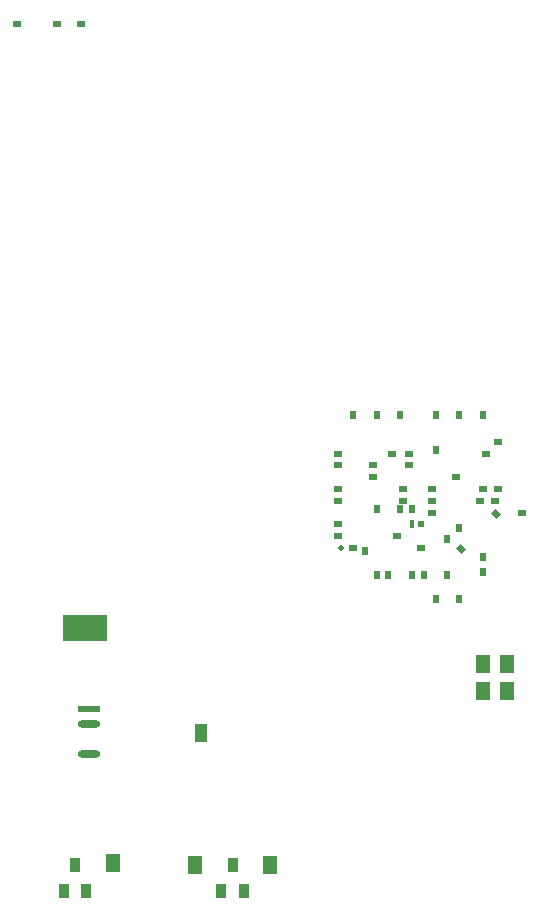
<source format=gbp>
%FSLAX25Y25*%
%MOIN*%
G70*
G01*
G75*
G04 Layer_Color=128*
%ADD10C,0.00455*%
%ADD11C,0.00400*%
%ADD12C,0.02000*%
%ADD13R,0.02500X0.02000*%
%ADD14R,0.02756X0.03543*%
%ADD15R,0.06000X0.05000*%
%ADD16R,0.03740X0.02362*%
%ADD17R,0.02362X0.03740*%
%ADD18R,0.03740X0.02362*%
%ADD19R,0.02362X0.03740*%
%ADD20R,0.15000X0.08500*%
%ADD21R,0.03543X0.02756*%
%ADD22R,0.00800X0.03300*%
%ADD23R,0.03300X0.00800*%
%ADD24O,0.00800X0.03300*%
%ADD25R,0.10400X0.10400*%
%ADD26C,0.00600*%
%ADD27C,0.01200*%
%ADD28C,0.02500*%
%ADD29C,0.01000*%
%ADD30C,0.00800*%
%ADD31C,0.02000*%
%ADD32C,0.03500*%
%ADD33C,0.04000*%
%ADD34C,0.00500*%
%ADD35C,0.00900*%
%ADD36R,0.02362X0.03740*%
%ADD37R,0.02362X0.03740*%
%ADD38C,0.05200*%
%ADD39R,0.05200X0.05200*%
%ADD40R,0.06000X0.06000*%
%ADD41C,0.03600*%
%ADD42C,0.07400*%
%ADD43C,0.14000*%
%ADD44C,0.05906*%
%ADD45R,0.05906X0.05906*%
%ADD46R,0.07874X0.08661*%
%ADD47R,0.09252X0.12205*%
%ADD48R,0.06299X0.06693*%
%ADD49R,0.06299X0.06693*%
%ADD50C,0.20000*%
%ADD51R,0.05000X0.06000*%
%ADD52R,0.05906X0.05906*%
%ADD53C,0.03500*%
%ADD54R,0.03500X0.03500*%
%ADD55C,0.06200*%
%ADD56R,0.06200X0.06200*%
%ADD57C,0.05000*%
%ADD58R,0.05000X0.05000*%
%ADD59C,0.04000*%
G04:AMPARAMS|DCode=60|XSize=20mil|YSize=20mil|CornerRadius=10mil|HoleSize=0mil|Usage=FLASHONLY|Rotation=135.000|XOffset=0mil|YOffset=0mil|HoleType=Round|Shape=RoundedRectangle|*
%AMROUNDEDRECTD60*
21,1,0.02000,0.00000,0,0,135.0*
21,1,0.00000,0.02000,0,0,135.0*
1,1,0.02000,0.00000,0.00000*
1,1,0.02000,0.00000,0.00000*
1,1,0.02000,0.00000,0.00000*
1,1,0.02000,0.00000,0.00000*
%
%ADD60ROUNDEDRECTD60*%
%ADD61O,0.07480X0.02362*%
%ADD62R,0.03900X0.05900*%
%ADD63R,0.12900X0.05900*%
%ADD64C,0.02800*%
%ADD65C,0.05800*%
%ADD66C,0.04200*%
G04:AMPARAMS|DCode=67|XSize=42mil|YSize=42mil|CornerRadius=0mil|HoleSize=0mil|Usage=FLASHONLY|Rotation=0.000|XOffset=0mil|YOffset=0mil|HoleType=Round|Shape=Relief|Width=10mil|Gap=5mil|Entries=4|*
%AMTHD67*
7,0,0,0.04200,0.03200,0.01000,45*
%
%ADD67THD67*%
%ADD68C,0.08200*%
%ADD69C,0.14800*%
%ADD70C,0.05543*%
G04:AMPARAMS|DCode=71|XSize=28mil|YSize=28mil|CornerRadius=0mil|HoleSize=0mil|Usage=FLASHONLY|Rotation=0.000|XOffset=0mil|YOffset=0mil|HoleType=Round|Shape=Relief|Width=10mil|Gap=5mil|Entries=4|*
%AMTHD71*
7,0,0,0.02800,0.01800,0.01000,45*
%
%ADD71THD71*%
G04:AMPARAMS|DCode=72|XSize=40mil|YSize=40mil|CornerRadius=0mil|HoleSize=0mil|Usage=FLASHONLY|Rotation=0.000|XOffset=0mil|YOffset=0mil|HoleType=Round|Shape=Relief|Width=10mil|Gap=5mil|Entries=4|*
%AMTHD72*
7,0,0,0.04000,0.03000,0.01000,45*
%
%ADD72THD72*%
%ADD73C,0.17650*%
%ADD74C,0.05500*%
G04:AMPARAMS|DCode=75|XSize=52mil|YSize=52mil|CornerRadius=0mil|HoleSize=0mil|Usage=FLASHONLY|Rotation=0.000|XOffset=0mil|YOffset=0mil|HoleType=Round|Shape=Relief|Width=10mil|Gap=5mil|Entries=4|*
%AMTHD75*
7,0,0,0.05200,0.04200,0.01000,45*
%
%ADD75THD75*%
%ADD76C,0.04800*%
%ADD77C,0.00350*%
%ADD78R,0.02000X0.02000*%
%ADD79C,0.01969*%
%ADD80C,0.01600*%
%ADD81C,0.00383*%
G04:AMPARAMS|DCode=82|XSize=55mil|YSize=55mil|CornerRadius=0mil|HoleSize=0mil|Usage=FLASHONLY|Rotation=0.000|XOffset=0mil|YOffset=0mil|HoleType=Round|Shape=Relief|Width=10mil|Gap=5mil|Entries=4|*
%AMTHD82*
7,0,0,0.05500,0.04500,0.01000,45*
%
%ADD82THD82*%
G04:AMPARAMS|DCode=83|XSize=48mil|YSize=48mil|CornerRadius=0mil|HoleSize=0mil|Usage=FLASHONLY|Rotation=0.000|XOffset=0mil|YOffset=0mil|HoleType=Round|Shape=Relief|Width=10mil|Gap=5mil|Entries=4|*
%AMTHD83*
7,0,0,0.04800,0.03800,0.01000,45*
%
%ADD83THD83*%
G04:AMPARAMS|DCode=84|XSize=25mil|YSize=20mil|CornerRadius=0mil|HoleSize=0mil|Usage=FLASHONLY|Rotation=135.000|XOffset=0mil|YOffset=0mil|HoleType=Round|Shape=Rectangle|*
%AMROTATEDRECTD84*
4,1,4,0.01591,-0.00177,0.00177,-0.01591,-0.01591,0.00177,-0.00177,0.01591,0.01591,-0.00177,0.0*
%
%ADD84ROTATEDRECTD84*%

%ADD85R,0.02000X0.02500*%
%ADD86R,0.02300X0.02000*%
%ADD87R,0.01800X0.02500*%
%ADD88R,0.03347X0.05118*%
%ADD89R,0.07480X0.02362*%
%ADD90C,0.01500*%
%ADD91R,0.04000X0.04000*%
%ADD92R,0.02000X0.02500*%
%ADD93R,0.02000X0.02200*%
%ADD94C,0.01800*%
%ADD95R,0.02500X0.01900*%
G04:AMPARAMS|DCode=96|XSize=25mil|YSize=20mil|CornerRadius=10mil|HoleSize=0mil|Usage=FLASHONLY|Rotation=135.000|XOffset=0mil|YOffset=0mil|HoleType=Round|Shape=RoundedRectangle|*
%AMROUNDEDRECTD96*
21,1,0.02500,0.00000,0,0,135.0*
21,1,0.00500,0.02000,0,0,135.0*
1,1,0.02000,-0.00177,0.00177*
1,1,0.02000,0.00177,-0.00177*
1,1,0.02000,0.00177,-0.00177*
1,1,0.02000,-0.00177,0.00177*
%
%ADD96ROUNDEDRECTD96*%
%ADD97C,0.00984*%
%ADD98C,0.00787*%
%ADD99R,0.03300X0.02800*%
%ADD100R,0.03556X0.04343*%
%ADD101R,0.06800X0.05800*%
%ADD102R,0.04540X0.03162*%
%ADD103R,0.03162X0.04540*%
%ADD104R,0.04540X0.03162*%
%ADD105R,0.03162X0.04540*%
%ADD106R,0.15800X0.09300*%
%ADD107R,0.04343X0.03556*%
%ADD108R,0.01600X0.04100*%
%ADD109R,0.04100X0.01600*%
%ADD110O,0.01600X0.04100*%
%ADD111R,0.11200X0.11200*%
%ADD112C,0.06000*%
%ADD113R,0.06000X0.06000*%
%ADD114R,0.06800X0.06800*%
%ADD115C,0.04400*%
%ADD116C,0.06706*%
%ADD117R,0.06706X0.06706*%
%ADD118R,0.08674X0.09461*%
%ADD119R,0.10052X0.13005*%
%ADD120R,0.07099X0.07493*%
%ADD121R,0.07099X0.07493*%
%ADD122R,0.05800X0.06800*%
%ADD123R,0.06706X0.06706*%
%ADD124C,0.04300*%
%ADD125R,0.04300X0.04300*%
%ADD126C,0.07000*%
%ADD127R,0.07000X0.07000*%
%ADD128R,0.05800X0.05800*%
G04:AMPARAMS|DCode=129|XSize=28mil|YSize=28mil|CornerRadius=14mil|HoleSize=0mil|Usage=FLASHONLY|Rotation=135.000|XOffset=0mil|YOffset=0mil|HoleType=Round|Shape=RoundedRectangle|*
%AMROUNDEDRECTD129*
21,1,0.02800,0.00000,0,0,135.0*
21,1,0.00000,0.02800,0,0,135.0*
1,1,0.02800,0.00000,0.00000*
1,1,0.02800,0.00000,0.00000*
1,1,0.02800,0.00000,0.00000*
1,1,0.02800,0.00000,0.00000*
%
%ADD129ROUNDEDRECTD129*%
%ADD130O,0.08280X0.03162*%
%ADD131R,0.04700X0.06700*%
%ADD132R,0.13700X0.06700*%
G04:AMPARAMS|DCode=133|XSize=33mil|YSize=28mil|CornerRadius=0mil|HoleSize=0mil|Usage=FLASHONLY|Rotation=135.000|XOffset=0mil|YOffset=0mil|HoleType=Round|Shape=Rectangle|*
%AMROTATEDRECTD133*
4,1,4,0.02157,-0.00177,0.00177,-0.02157,-0.02157,0.00177,-0.00177,0.02157,0.02157,-0.00177,0.0*
%
%ADD133ROTATEDRECTD133*%

%ADD134R,0.02800X0.03300*%
%ADD135R,0.03100X0.02800*%
%ADD136R,0.02600X0.03300*%
%ADD137R,0.04147X0.05918*%
%ADD138R,0.08280X0.03162*%
%ADD139R,0.04800X0.04800*%
%ADD140C,0.00800*%
%ADD141C,0.02769*%
%ADD142R,0.02800X0.03300*%
%ADD143R,0.02800X0.02800*%
%ADD144R,0.02800X0.03000*%
%ADD145C,0.02600*%
%ADD146R,0.03300X0.02700*%
G04:AMPARAMS|DCode=147|XSize=33mil|YSize=28mil|CornerRadius=14mil|HoleSize=0mil|Usage=FLASHONLY|Rotation=135.000|XOffset=0mil|YOffset=0mil|HoleType=Round|Shape=RoundedRectangle|*
%AMROUNDEDRECTD147*
21,1,0.03300,0.00000,0,0,135.0*
21,1,0.00500,0.02800,0,0,135.0*
1,1,0.02800,-0.00177,0.00177*
1,1,0.02800,0.00177,-0.00177*
1,1,0.02800,0.00177,-0.00177*
1,1,0.02800,-0.00177,0.00177*
%
%ADD147ROUNDEDRECTD147*%
D12*
X240209Y222615D02*
D03*
D13*
X286391Y238363D02*
D03*
X291391D02*
D03*
X287454Y242300D02*
D03*
X292454D02*
D03*
X239146Y230489D02*
D03*
Y250174D02*
D03*
Y254111D02*
D03*
Y242300D02*
D03*
Y238363D02*
D03*
Y226552D02*
D03*
X258832D02*
D03*
X266706Y222615D02*
D03*
X244146D02*
D03*
X257020Y254111D02*
D03*
X262769Y250174D02*
D03*
X270643Y238363D02*
D03*
Y234426D02*
D03*
X288517Y254111D02*
D03*
X300330Y234431D02*
D03*
X278517Y246237D02*
D03*
X132000Y397200D02*
D03*
X145500D02*
D03*
X153500D02*
D03*
X262769Y254111D02*
D03*
X250957Y246237D02*
D03*
Y250174D02*
D03*
X260957Y242300D02*
D03*
Y238363D02*
D03*
X270643Y242300D02*
D03*
X292454Y258048D02*
D03*
D20*
X154900Y195900D02*
D03*
D51*
X295500Y175000D02*
D03*
X287500D02*
D03*
Y184000D02*
D03*
X295500D02*
D03*
X164000Y117500D02*
D03*
X216500Y117000D02*
D03*
X191500D02*
D03*
D61*
X156252Y164000D02*
D03*
Y154000D02*
D03*
D62*
X193345Y160883D02*
D03*
D84*
X279981Y222213D02*
D03*
X291792Y234024D02*
D03*
D85*
X252020Y235489D02*
D03*
X267769Y213678D02*
D03*
X252020D02*
D03*
X263832D02*
D03*
X271706Y255174D02*
D03*
X271700Y205731D02*
D03*
X279580Y266985D02*
D03*
X279600Y229431D02*
D03*
X263832Y235489D02*
D03*
X287454Y266985D02*
D03*
X244146D02*
D03*
X275643Y213678D02*
D03*
X287454Y219741D02*
D03*
Y214741D02*
D03*
X255957Y213678D02*
D03*
X248083Y221552D02*
D03*
X259895Y266985D02*
D03*
X271706D02*
D03*
X275643Y225489D02*
D03*
X259895Y235489D02*
D03*
X252020Y266985D02*
D03*
X279580Y205731D02*
D03*
D86*
X266700Y230489D02*
D03*
D87*
X263832D02*
D03*
D88*
X207740Y108169D02*
D03*
X200260Y108169D02*
D03*
X204000Y116831D02*
D03*
X155240Y108169D02*
D03*
X147760Y108169D02*
D03*
X151500Y116831D02*
D03*
D89*
X156252Y169000D02*
D03*
M02*

</source>
